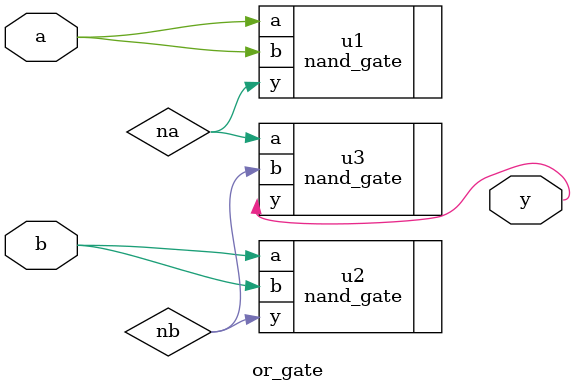
<source format=v>
module or_gate #(parameter WIDTH=1) (
    input wire [WIDTH-1:0] a,
    input wire [WIDTH-1:0] b,
    output wire [WIDTH-1:0] y
);

  wire [WIDTH-1:0] na, nb; 
  nand_gate #(WIDTH) u1 (.a(a), .b(a), .y(na));
  nand_gate #(WIDTH) u2 (.a(b), .b(b), .y(nb));
  nand_gate #(WIDTH) u3 (.a(na),.b(nb),.y(y));
endmodule

</source>
